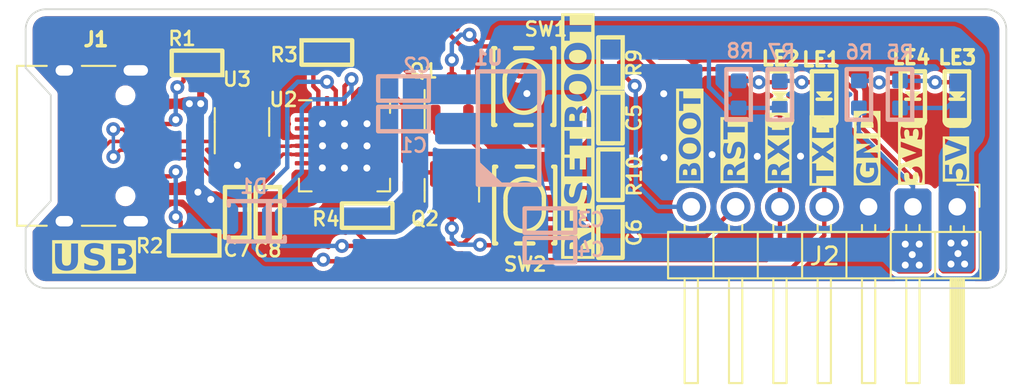
<source format=kicad_pcb>
(kicad_pcb (version 20221018) (generator pcbnew)
  (layers (0 "F.Cu" signal) (31 "B.Cu" signal) (34 "B.Paste" user) (35 "F.Paste" user) (36 "B.SilkS" user "B.Silkscreen") (37 "F.SilkS" user "F.Silkscreen") (38 "B.Mask" user) (39 "F.Mask" user) (44 "Edge.Cuts" user))
  (net 0 "")
  (net 1 "GND")
  (net 2 "+3V3")
  (net 3 "BOOT")
  (net 4 "RST")
  (net 5 "VBUS")
  (net 6 "Net-(J1-CC1)")
  (net 7 "D+")
  (net 8 "D-")
  (net 10 "Net-(J1-CC2)")
  (net 12 "TXD")
  (net 13 "RXD")
  (net 14 "Net-(LE1-Pad1)")
  (net 15 "Net-(LE2-Pad1)")
  (net 16 "Net-(LE3-Pad1)")
  (net 17 "Net-(LE4-Pad1)")
  (net 18 "Net-(Q1-B)")
  (net 19 "RTS")
  (net 20 "Net-(Q2-B)")
  (net 21 "DTR")
  (net 41 "+5V")
  (footprint "IVS_Footprints:C_0603" (layer "F.Cu") (at 190.48 94.09 -90)
    (fp_text reference "C6")
    (fp_text value "10uF" hide)
  )
  (footprint "Package_TO_SOT_SMD:SOT-23" (layer "F.Cu") (at 181.389756 91.674756 -90)
    (fp_text reference "Q2")
    (fp_text value "MMBT3904" hide)
  )
  (footprint "IVS_Footprints:C_0603" (layer "F.Cu") (at 169.089756 92.939756 -90)
    (fp_text reference "C7")
    (fp_text value "100nF" hide)
  )
  (footprint "IVS_Footprints:LED_0603" (layer "F.Cu") (at 202.72 86.254756 90)
    (fp_text reference "LE1")
    (fp_text value "Led" hide)
  )
  (footprint "IVS_Footprints:ButtonPush-Vert-SMD-4P-SPST_PTS810" (layer "F.Cu") (at 185.539756 92.482256 -90)
    (fp_text reference "SW2")
    (fp_text value "SW_Push" hide)
  )
  (footprint "IVS_Footprints:ButtonPush-Vert-SMD-4P-SPST_PTS810" (layer "F.Cu") (at 185.539756 85.767256 90)
    (fp_text reference "SW1")
    (fp_text value "SW_Push" hide)
  )
  (footprint "IVS_Footprints:R_0603" (layer "F.Cu") (at 174.23 83.78)
    (fp_text reference "R3")
    (fp_text value "10k" hide)
  )
  (footprint "IVS_Footprints:LED_0603" (layer "F.Cu") (at 200.18 86.254756 90)
    (fp_text reference "LE2")
    (fp_text value "Led" hide)
  )
  (footprint "IVS_Footprints:R_0603" (layer "F.Cu") (at 190.48 90.78 -90)
    (fp_text reference "R10")
    (fp_text value "10k" hide)
  )
  (footprint "Package_DFN_QFN:QFN-28-1EP_5x5mm_P0.5mm_EP3.35x3.35mm" (layer "F.Cu") (at 175.239756 89.124756)
    (fp_text reference "U2")
    (fp_text value "CP2102N-Axx-xQFN28" hide)
  )
  (footprint "Connector_PinHeader_2.54mm:PinHeader_1x07_P2.54mm_Horizontal" (layer "F.Cu") (at 210.35 92.619756 -90)
    (fp_text reference "J2")
    (fp_text value "Conn_01x07" hide)
  )
  (footprint "IVS_Footprints:LED_0603" (layer "F.Cu") (at 210.33 86.254756 90)
    (fp_text reference "LE3")
    (fp_text value "Led" hide)
  )
  (footprint "Package_TO_SOT_SMD:SOT-23-6" (layer "F.Cu") (at 169.364756 87.759756 90)
    (fp_text reference "U3")
    (fp_text value "SRV05-4" hide)
  )
  (footprint "IVS_Footprints:LED_0603" (layer "F.Cu") (at 207.8 86.254756 90)
    (fp_text reference "LE4")
    (fp_text value "Led" hide)
  )
  (footprint "IVS_Footprints:C_0603" (layer "F.Cu") (at 190.48 87.53 -90)
    (fp_text reference "C5")
    (fp_text value "100nF" hide)
  )
  (footprint "IVS_Footprints:R_0603" (layer "F.Cu") (at 166.624756 94.709756 180)
    (fp_text reference "R2")
    (fp_text value "5k1" hide)
  )
  (footprint "IVS_Footprints:R_0603" (layer "F.Cu") (at 176.539756 93.124756 180)
    (fp_text reference "R4")
    (fp_text value "10k" hide)
  )
  (footprint "IVS_Footprints:R_0603" (layer "F.Cu") (at 190.48 84.36 -90)
    (fp_text reference "R9")
    (fp_text value "10k" hide)
  )
  (footprint "IVS_Footprints:USB_C_Receptacle_XKB_U262-16XN-4BVC11" (layer "F.Cu") (at 160.259756 89.124705 -90)
    (fp_text reference "J1")
    (fp_text value "USB_C_Receptacle" hide)
  )
  (footprint "IVS_Footprints:C_0603" (layer "F.Cu") (at 170.849756 92.939756 -90)
    (fp_text reference "C8")
    (fp_text value "10uF" hide)
  )
  (footprint "Package_TO_SOT_SMD:SOT-23" (layer "F.Cu") (at 181.389756 86.574756 90)
    (fp_text reference "Q1")
    (fp_text value "MMBT3904" hide)
  )
  (footprint "IVS_Footprints:R_0603" (layer "F.Cu") (at 166.789756 84.369756 180)
    (fp_text reference "R1")
    (fp_text value "5k1" hide)
  )
  (footprint "IVS_Footprints:C_0603" (layer "B.Cu") (at 187.01 95.1 180)
    (fp_text reference "C4")
    (fp_text value "100nF" hide)
  )
  (footprint "IVS_Footprints:SOT233" (layer "B.Cu") (at 184.7 88.26 90)
    (fp_text reference "U1")
    (fp_text value "AMS1117" hide)
  )
  (footprint "IVS_Footprints:C_0603" (layer "B.Cu") (at 187.01 93.41 180)
    (fp_text reference "C3")
    (fp_text value "10uF" hide)
  )
  (footprint "IVS_Footprints:R_0603" (layer "B.Cu") (at 204.713332 86.18 90)
    (fp_text reference "R6")
    (fp_text value "1k" hide)
  )
  (footprint "IVS_Footprints:C_0603" (layer "B.Cu") (at 178.62 87.59 180)
    (fp_text reference "C1")
    (fp_text value "100nF" hide)
  )
  (footprint "IVS_Footprints:R_0603" (layer "B.Cu") (at 200.176666 86.18 90)
    (fp_text reference "R7")
    (fp_text value "10k" hide)
  )
  (footprint "IVS_Footprints:C_0603" (layer "B.Cu") (at 178.62 85.84 180)
    (fp_text reference "C2")
    (fp_text value "10uF" hide)
  )
  (footprint "IVS_Footprints:R_0603" (layer "B.Cu") (at 207.07 86.18 90)
    (fp_text reference "R5")
    (fp_text value "1k" hide)
  )
  (footprint "IVS_Footprints:Package-Diode-D_SOD_123" (layer "B.Cu") (at 170.239756 93.449756 180)
    (fp_text reference "D1")
    (fp_text value "D_Schottky" hide)
  )
  (footprint "IVS_Footprints:R_0603" (layer "B.Cu") (at 197.82 86.18 90)
    (fp_text reference "R8")
    (fp_text value "10k" hide)
  )
  (gr_line (start 158.409756 92.289756) (end 158.409756 86.219756) (stroke (width 0.1)) (layer "Edge.Cuts"))
  (gr_line (start 156.969756 84.659756) (end 156.969756 82.459756) (stroke (width 0.1)) (layer "Edge.Cuts"))
  (gr_arc (start 158.129756 97.279756) (mid 157.309512 96.94) (end 156.969756 96.119756) (stroke (width 0.1)) (layer "Edge.Cuts"))
  (gr_arc (start 156.969756 82.459756) (mid 157.309512 81.639512) (end 158.129756 81.299756) (stroke (width 0.1)) (layer "Edge.Cuts"))
  (gr_arc (start 212 81.299756) (mid 212.820244 81.639512) (end 213.16 82.459756) (stroke (width 0.1)) (layer "Edge.Cuts"))
  (gr_line (start 213.16 82.459756) (end 213.16 96.119756) (stroke (width 0.1)) (layer "Edge.Cuts"))
  (gr_arc (start 213.16 96.119756) (mid 212.820244 96.94) (end 212 97.279756) (stroke (width 0.1)) (layer "Edge.Cuts"))
  (gr_line (start 158.129756 81.299756) (end 212 81.299756) (stroke (width 0.1)) (layer "Edge.Cuts"))
  (gr_line (start 212 97.279756) (end 158.129756 97.279756) (stroke (width 0.1)) (layer "Edge.Cuts"))
  (gr_line (start 156.969756 96.119756) (end 156.969756 93.849756) (stroke (width 0.1)) (layer "Edge.Cuts"))
  (gr_line (start 156.969756 93.849756) (end 158.409756 92.289756) (stroke (width 0.1)) (layer "Edge.Cuts"))
  (gr_line (start 156.969756 84.659756) (end 158.409756 86.219756) (stroke (width 0.1)) (layer "Edge.Cuts"))
  (gr_text "3V3" (at 208.54 91.344756 90) (layer "F.SilkS" knockout) (effects (font (size 1.2 1.2) (thickness 0.25) bold) (justify left bottom)))
  (gr_text "RESET" (at 189.629756 95.629325 90) (layer "F.SilkS" knockout) (effects (font (size 1.5 1.5) (thickness 0.3) bold) (justify left bottom)))
  (gr_text "GND" (at 206 91.344756 90) (layer "F.SilkS" knockout) (effects (font (size 1.2 1.2) (thickness 0.25) bold) (justify left bottom)))
  (gr_text "BOOT" (at 189.629756 88.284911 90) (layer "F.SilkS" knockout) (effects (font (size 1.5 1.5) (thickness 0.3) bold) (justify left bottom)))
  (gr_text "5V" (at 211.08 91.18 90) (layer "F.SilkS" knockout) (effects (font (size 1.2 1.2) (thickness 0.25) bold) (justify left bottom)))
  (gr_text "BOOT" (at 195.84 91.269756 90) (layer "F.SilkS" knockout) (effects (font (size 1.2 1.2) (thickness 0.3) bold) (justify left bottom)))
  (gr_text "USB" (at 158.46 96.51) (layer "F.SilkS" knockout) (effects (font (size 1.5 1.5) (thickness 0.3) bold) (justify left bottom)))
  (gr_text "RST" (at 198.38 91.269756 90) (layer "F.SilkS" knockout) (effects (font (size 1.2 1.2) (thickness 0.3) bold) (justify left bottom)))
  (gr_text "RXD" (at 200.92 91.269756 90) (layer "F.SilkS" knockout) (effects (font (size 1.2 1.2) (thickness 0.3) bold) (justify left bottom)))
  (gr_text "TXD" (at 203.46 91.269756 90) (layer "F.SilkS" knockout) (effects (font (size 1.2 1.2) (thickness 0.3) bold) (justify left bottom)))
  (segment (start 169.105256 90.239756) (end 169.364756 89.980256) (width 0.25) (layer "F.Cu") (net 1))
  (segment (start 169.364756 89.980256) (end 169.364756 88.897256) (width 0.25) (layer "F.Cu") (net 1))
  (via (at 173.979756 89.124756) (size 0.8) (drill 0.4) (layers "F.Cu" "B.Cu") (net 1))
  (via (at 196.3 89.63) (size 0.8) (drill 0.4) (layers "F.Cu" "B.Cu") (net 1))
  (via (at 176.519756 90.399756) (size 0.8) (drill 0.4) (layers "F.Cu" "B.Cu") (net 1))
  (via (at 173.969756 90.389756) (size 0.8) (drill 0.4) (layers "F.Cu" "B.Cu") (net 1))
  (via (at 176.529756 89.129756) (size 0.8) (drill 0.4) (layers "F.Cu" "B.Cu") (net 1))
  (via (at 198.89 89.73) (size 0.8) (drill 0.4) (layers "F.Cu" "B.Cu") (net 1))
  (via (at 175.234756 90.399756) (size 0.8) (drill 0.4) (layers "F.Cu" "B.Cu") (net 1))
  (via (at 193.55 89.8) (size 0.8) (drill 0.4) (layers "F.Cu" "B.Cu") (net 1))
  (via (at 176.529756 87.859756) (size 0.8) (drill 0.4) (layers "F.Cu" "B.Cu") (net 1))
  (via (at 173.979756 87.849756) (size 0.8) (drill 0.4) (layers "F.Cu" "B.Cu") (net 1))
  (via (at 193.53 86.14) (size 0.8) (drill 0.4) (layers "F.Cu" "B.Cu") (net 1))
  (via (at 169.105256 90.239756) (size 0.8) (drill 0.4) (layers "F.Cu" "B.Cu") (net 1))
  (via (at 185.69 86.13) (size 0.8) (drill 0.4) (layers "F.Cu" "B.Cu") (net 1))
  (via (at 175.239756 87.849756) (size 0.8) (drill 0.4) (layers "F.Cu" "B.Cu") (net 1))
  (via (at 201.37 89.72) (size 0.8) (drill 0.4) (layers "F.Cu" "B.Cu") (net 1))
  (via (at 175.239756 89.124756) (size 0.8) (drill 0.4) (layers "F.Cu" "B.Cu") (net 1))
  (segment (start 194.69 84.58) (end 193.05 84.58) (width 0.25) (layer "F.Cu") (net 2))
  (segment (start 192.055 83.585) (end 190.48 83.585) (width 0.25) (layer "F.Cu") (net 2))
  (segment (start 195.720244 84.729756) (end 195.28 85.17) (width 0.25) (layer "F.Cu") (net 2))
  (segment (start 203.229932 84.729756) (end 195.720244 84.729756) (width 0.25) (layer "F.Cu") (net 2))
  (segment (start 207.81 91) (end 204.54 87.73) (width 0.25) (layer "F.Cu") (net 2))
  (segment (start 193.05 84.58) (end 192.055 83.585) (width 0.25) (layer "F.Cu") (net 2))
  (segment (start 204.54 87.73) (end 204.54 86.039824) (width 0.25) (layer "F.Cu") (net 2))
  (segment (start 204.54 86.039824) (end 203.229932 84.729756) (width 0.25) (layer "F.Cu") (net 2))
  (segment (start 195.28 85.17) (end 194.69 84.58) (width 0.25) (layer "F.Cu") (net 2))
  (segment (start 207.81 92.619756) (end 207.81 91) (width 0.25) (layer "F.Cu") (net 2))
  (segment (start 195.28 86.81) (end 192.085 90.005) (width 0.25) (layer "F.Cu") (net 2))
  (segment (start 192.085 90.005) (end 190.46 90.005) (width 0.25) (layer "F.Cu") (net 2))
  (segment (start 195.28 85.17) (end 195.28 86.81) (width 0.25) (layer "F.Cu") (net 2))
  (via (at 208.17 95.959756) (size 0.8) (drill 0.4) (layers "F.Cu" "B.Cu") (net 2))
  (via (at 207.77 95.359756) (size 0.8) (drill 0.4) (layers "F.Cu" "B.Cu") (net 2))
  (via (at 208.17 94.759756) (size 0.8) (drill 0.4) (layers "F.Cu" "B.Cu") (net 2))
  (via (at 207.37 95.959756) (size 0.8) (drill 0.4) (layers "F.Cu" "B.Cu") (net 2))
  (via (at 207.37 94.759756) (size 0.8) (drill 0.4) (layers "F.Cu" "B.Cu") (net 2))
  (segment (start 207.81 91.44) (end 207.81 92.619756) (width 0.25) (layer "B.Cu") (net 2))
  (segment (start 204.713332 88.343332) (end 207.81 91.44) (width 0.25) (layer "B.Cu") (net 2))
  (segment (start 204.713332 86.955) (end 204.713332 88.343332) (width 0.25) (layer "B.Cu") (net 2))
  (segment (start 191.315 85.135) (end 191.87 85.69) (width 0.25) (layer "F.Cu") (net 3))
  (segment (start 182.4 82.76) (end 183.069756 83.429756) (width 0.25) (layer "F.Cu") (net 3))
  (segment (start 190.48 86.755) (end 190.48 85.135) (width 0.25) (layer "F.Cu") (net 3))
  (segment (start 184.439756 88.079756) (end 184.949756 88.079756) (width 0.25) (layer "F.Cu") (net 3))
  (segment (start 185.215 85.135) (end 190.48 85.135) (width 0.25) (layer "F.Cu") (net 3))
  (segment (start 188.74 87.4) (end 189.385 86.755) (width 0.25) (layer "F.Cu") (net 3))
  (segment (start 183.069756 83.429756) (end 184.439756 83.429756) (width 0.25) (layer "F.Cu") (net 3))
  (segment (start 181.389756 84.200244) (end 181.39 84.2) (width 0.25) (layer "F.Cu") (net 3))
  (segment (start 184.439756 83.429756) (end 184.439756 84.359756) (width 0.25) (layer "F.Cu") (net 3))
  (segment (start 181.389756 85.637256) (end 181.389756 84.200244) (width 0.25) (layer "F.Cu") (net 3))
  (segment (start 184.439756 84.359756) (end 185.215 85.135) (width 0.25) (layer "F.Cu") (net 3))
  (segment (start 189.385 86.755) (end 190.48 86.755) (width 0.25) (layer "F.Cu") (net 3))
  (segment (start 185.97 89.1) (end 188.2 89.1) (width 0.25) (layer "F.Cu") (net 3))
  (segment (start 190.48 85.135) (end 191.315 85.135) (width 0.25) (layer "F.Cu") (net 3))
  (segment (start 184.949756 88.079756) (end 185.97 89.1) (width 0.25) (layer "F.Cu") (net 3))
  (segment (start 188.2 89.1) (end 188.74 88.56) (width 0.25) (layer "F.Cu") (net 3))
  (segment (start 188.74 88.56) (end 188.74 87.4) (width 0.25) (layer "F.Cu") (net 3))
  (via (at 181.39 84.2) (size 0.8) (drill 0.4) (layers "F.Cu" "B.Cu") (net 3))
  (via (at 182.4 82.76) (size 0.8) (drill 0.4) (layers "F.Cu" "B.Cu") (net 3))
  (via (at 191.87 85.69) (size 0.8) (drill 0.4) (layers "F.Cu" "B.Cu") (net 3))
  (segment (start 181.39 83.27) (end 181.39 84.2) (width 0.25) (layer "B.Cu") (net 3))
  (segment (start 191.93 85.75) (end 191.93 91.29) (width 0.25) (layer "B.Cu") (net 3))
  (segment (start 191.87 85.69) (end 191.93 85.75) (width 0.25) (layer "B.Cu") (net 3))
  (segment (start 182.4 82.76) (end 181.9 82.76) (width 0.25) (layer "B.Cu") (net 3))
  (segment (start 191.93 91.29) (end 193.259756 92.619756) (width 0.25) (layer "B.Cu") (net 3))
  (segment (start 193.259756 92.619756) (end 195.11 92.619756) (width 0.25) (layer "B.Cu") (net 3))
  (segment (start 181.9 82.76) (end 181.39 83.27) (width 0.25) (layer "B.Cu") (net 3))
  (segment (start 184.489756 90.919756) (end 185.125 91.555) (width 0.25) (layer "F.Cu") (net 4))
  (segment (start 183.029756 94.819756) (end 184.489756 94.819756) (width 0.25) (layer "F.Cu") (net 4))
  (segment (start 185.125 91.555) (end 190.46 91.555) (width 0.25) (layer "F.Cu") (net 4))
  (segment (start 184.489756 90.169756) (end 184.489756 90.919756) (width 0.25) (layer "F.Cu") (net 4))
  (segment (start 190.48 93.315) (end 191.315 93.315) (width 0.25) (layer "F.Cu") (net 4))
  (segment (start 181.389756 93.849756) (end 181.389756 92.612256) (width 0.25) (layer "F.Cu") (net 4))
  (segment (start 183.002299 94.792299) (end 183.029756 94.819756) (width 0.25) (layer "F.Cu") (net 4))
  (segment (start 192.29 94.29) (end 195.979756 94.29) (width 0.25) (layer "F.Cu") (net 4))
  (segment (start 195.979756 94.29) (end 197.65 92.619756) (width 0.25) (layer "F.Cu") (net 4))
  (segment (start 181.39 93.85) (end 181.389756 93.849756) (width 0.25) (layer "F.Cu") (net 4))
  (segment (start 190.48 93.315) (end 190.48 91.555) (width 0.25) (layer "F.Cu") (net 4))
  (segment (start 190.48 93.315) (end 185.994512 93.315) (width 0.25) (layer "F.Cu") (net 4))
  (segment (start 191.315 93.315) (end 192.29 94.29) (width 0.25) (layer "F.Cu") (net 4))
  (segment (start 185.994512 93.315) (end 184.489756 94.819756) (width 0.25) (layer "F.Cu") (net 4))
  (via (at 181.39 93.85) (size 0.8) (drill 0.4) (layers "F.Cu" "B.Cu") (net 4))
  (via (at 183.002299 94.792299) (size 0.8) (drill 0.4) (layers "F.Cu" "B.Cu") (net 4))
  (segment (start 181.39 94.43) (end 181.39 93.85) (width 0.25) (layer "B.Cu") (net 4))
  (segment (start 183.002299 94.792299) (end 181.752299 94.792299) (width 0.25) (layer "B.Cu") (net 4))
  (segment (start 181.752299 94.792299) (end 181.39 94.43) (width 0.25) (layer "B.Cu") (net 4))
  (segment (start 166.999756 85.989756) (end 166.999756 86.709756) (width 0.4) (layer "F.Cu") (net 5))
  (segment (start 167.439756 85.549756) (end 166.999756 85.989756) (width 0.4) (layer "F.Cu") (net 5))
  (segment (start 166.999756 86.709756) (end 166.349756 86.709756) (width 0.4) (layer "F.Cu") (net 5))
  (segment (start 161.339705 91.079705) (end 162.699756 91.079705) (width 0.25) (layer "F.Cu") (net 5))
  (segment (start 160.719756 87.679756) (end 160.719756 90.459756) (width 0.25) (layer "F.Cu") (net 5))
  (segment (start 169.364756 85.834756) (end 169.079756 85.549756) (width 0.4) (layer "F.Cu") (net 5))
  (segment (start 160.719756 90.459756) (end 161.339705 91.079705) (width 0.25) (layer "F.Cu") (net 5))
  (segment (start 162.699756 91.079705) (end 162.994756 91.374705) (width 0.25) (layer "F.Cu") (net 5))
  (segment (start 162.994756 91.374705) (end 164.109756 91.374705) (width 0.25) (layer "F.Cu") (net 5))
  (segment (start 163.094756 86.874705) (end 163.034756 86.934705) (width 0.25) (layer "F.Cu") (net 5))
  (segment (start 169.364756 86.622256) (end 169.364756 85.834756) (width 0.4) (layer "F.Cu") (net 5))
  (segment (start 163.034756 86.934705) (end 161.464807 86.934705) (width 0.25) (layer "F.Cu") (net 5))
  (segment (start 161.464807 86.934705) (end 160.719756 87.679756) (width 0.25) (layer "F.Cu") (net 5))
  (segment (start 164.109756 86.874705) (end 163.094756 86.874705) (width 0.25) (layer "F.Cu") (net 5))
  (segment (start 169.079756 85.549756) (end 167.439756 85.549756) (width 0.4) (layer "F.Cu") (net 5))
  (via (at 166.839756 91.779756) (size 0.8) (drill 0.4) (layers "F.Cu" "B.Cu") (net 5))
  (via (at 166.349756 86.709756) (size 0.8) (drill 0.4) (layers "F.Cu" "B.Cu") (net 5))
  (via (at 167.579756 92.199756) (size 0.8) (drill 0.4) (layers "F.Cu" "B.Cu") (net 5))
  (via (at 166.999756 86.709756) (size 0.8) (drill 0.4) (layers "F.Cu" "B.Cu") (net 5))
  (segment (start 164.109756 87.874705) (end 165.324807 87.874705) (width 0.25) (layer "F.Cu") (net 6))
  (segment (start 165.324807 87.874705) (end 165.569756 87.629756) (width 0.25) (layer "F.Cu") (net 6))
  (segment (start 166.014756 85.414756) (end 165.659756 85.769756) (width 0.25) (layer "F.Cu") (net 6))
  (segment (start 166.014756 84.369756) (end 166.014756 85.414756) (width 0.25) (layer "F.Cu") (net 6))
  (via (at 165.659756 85.769756) (size 0.8) (drill 0.4) (layers "F.Cu" "B.Cu") (net 6))
  (via (at 165.569756 87.629756) (size 0.8) (drill 0.4) (layers "F.Cu" "B.Cu") (net 6))
  (segment (start 165.659756 85.769756) (end 165.569756 85.859756) (width 0.25) (layer "B.Cu") (net 6))
  (segment (start 165.569756 85.859756) (end 165.569756 87.629756) (width 0.25) (layer "B.Cu") (net 6))
  (segment (start 168.414756 86.622256) (end 168.414756 88.897256) (width 0.2) (layer "F.Cu") (net 7))
  (segment (start 171.725077 89.599756) (end 171.144756 90.180077) (width 0.2) (layer "F.Cu") (net 7))
  (segment (start 172.164755 89.599756) (end 171.725077 89.599756) (width 0.2) (layer "F.Cu") (net 7))
  (segment (start 165.259757 89.849705) (end 165.234757 89.874705) (width 0.2) (layer "F.Cu") (net 7))
  (segment (start 172.789756 89.624756) (end 172.189755 89.624756) (width 0.2) (layer "F.Cu") (net 7))
  (segment (start 161.239756 90.099756) (end 161.239756 89.439756) (width 0.2) (layer "F.Cu") (net 7))
  (segment (start 161.659756 90.519756) (end 161.239756 90.099756) (width 0.2) (layer "F.Cu") (net 7))
  (segment (start 162.329756 90.519756) (end 161.659756 90.519756) (width 0.2) (layer "F.Cu") (net 7))
  (segment (start 171.144756 90.742956) (end 170.447456 91.440256) (width 0.2) (layer "F.Cu") (net 7))
  (segment (start 165.234757 89.874705) (end 164.109756 89.874705) (width 0.2) (layer "F.Cu") (net 7))
  (segment (start 166.541505 89.849705) (end 165.259757 89.849705) (width 0.2) (layer "F.Cu") (net 7))
  (segment (start 168.392205 88.874705) (end 168.414756 88.897256) (width 0.2) (layer "F.Cu") (net 7))
  (segment (start 172.189755 89.624756) (end 172.164755 89.599756) (width 0.2) (layer "F.Cu") (net 7))
  (segment (start 162.974807 89.874705) (end 162.329756 90.519756) (width 0.2) (layer "F.Cu") (net 7))
  (segment (start 171.144756 90.180077) (end 171.144756 90.742956) (width 0.2) (layer "F.Cu") (net 7))
  (segment (start 161.239756 89.439756) (end 161.804807 88.874705) (width 0.2) (layer "F.Cu") (net 7))
  (segment (start 164.109756 89.874705) (end 162.974807 89.874705) (width 0.2) (layer "F.Cu") (net 7))
  (segment (start 170.447456 91.440256) (end 168.132056 91.440256) (width 0.2) (layer "F.Cu") (net 7))
  (segment (start 164.109756 88.874705) (end 168.392205 88.874705) (width 0.2) (layer "F.Cu") (net 7))
  (segment (start 168.132056 91.440256) (end 166.541505 89.849705) (width 0.2) (layer "F.Cu") (net 7))
  (segment (start 161.804807 88.874705) (end 164.109756 88.874705) (width 0.2) (layer "F.Cu") (net 7))
  (segment (start 170.314756 88.897256) (end 171.286177 88.897256) (width 0.2) (layer "F.Cu") (net 8))
  (segment (start 162.545256 88.175205) (end 162.744756 88.374705) (width 0.2) (layer "F.Cu") (net 8))
  (segment (start 172.189755 89.124756) (end 172.164755 89.149756) (width 0.2) (layer "F.Cu") (net 8))
  (segment (start 170.694756 89.993677) (end 170.694756 90.556556) (width 0.2) (layer "F.Cu") (net 8))
  (segment (start 161.995491 89.755433) (end 162.376219 89.374705) (width 0.2) (layer "F.Cu") (net 8))
  (segment (start 161.991725 88.175205) (end 162.545256 88.175205) (width 0.2) (layer "F.Cu") (net 8))
  (segment (start 165.259757 89.399705) (end 165.234757 89.374705) (width 0.2) (layer "F.Cu") (net 8))
  (segment (start 171.538677 89.149756) (end 170.694756 89.993677) (width 0.2) (layer "F.Cu") (net 8))
  (segment (start 171.286177 88.897256) (end 171.538677 89.149756) (width 0.2) (layer "F.Cu") (net 8))
  (segment (start 172.164755 89.149756) (end 171.538677 89.149756) (width 0.2) (layer "F.Cu") (net 8))
  (segment (start 172.789756 89.124756) (end 172.189755 89.124756) (width 0.2) (layer "F.Cu") (net 8))
  (segment (start 168.318456 90.990256) (end 166.727905 89.399705) (width 0.2) (layer "F.Cu") (net 8))
  (segment (start 162.744756 88.374705) (end 164.109756 88.374705) (width 0.2) (layer "F.Cu") (net 8))
  (segment (start 166.727905 89.399705) (end 165.259757 89.399705) (width 0.2) (layer "F.Cu") (net 8))
  (segment (start 170.261056 90.990256) (end 168.318456 90.990256) (width 0.2) (layer "F.Cu") (net 8))
  (segment (start 170.694756 90.556556) (end 170.261056 90.990256) (width 0.2) (layer "F.Cu") (net 8))
  (segment (start 162.376219 89.374705) (end 164.109756 89.374705) (width 0.2) (layer "F.Cu") (net 8))
  (segment (start 165.234757 89.374705) (end 164.109756 89.374705) (width 0.2) (layer "F.Cu") (net 8))
  (segment (start 170.314756 86.622256) (end 170.314756 88.897256) (width 0.2) (layer "F.Cu") (net 8))
  (via (at 161.991725 88.175205) (size 0.8) (drill 0.4) (layers "F.Cu" "B.Cu") (net 8))
  (via (at 161.995491 89.755433) (size 0.8) (drill 0.4) (layers "F.Cu" "B.Cu") (net 8))
  (segment (start 161.995491 88.178971) (end 161.995491 89.755433) (width 0.2) (layer "B.Cu") (net 8))
  (segment (start 161.991725 88.175205) (end 161.995491 88.178971) (width 0.2) (layer "B.Cu") (net 8))
  (segment (start 165.849756 93.479756) (end 165.569756 93.199756) (width 0.25) (layer "F.Cu") (net 10))
  (segment (start 165.304807 90.874705) (end 165.569756 90.609756) (width 0.25) (layer "F.Cu") (net 10))
  (segment (start 165.849756 94.709756) (end 165.849756 93.479756) (width 0.25) (layer "F.Cu") (net 10))
  (segment (start 164.109756 90.874705) (end 165.304807 90.874705) (width 0.25) (layer "F.Cu") (net 10))
  (via (at 165.569756 90.609756) (size 0.8) (drill 0.4) (layers "F.Cu" "B.Cu") (net 10))
  (via (at 165.569756 93.199756) (size 0.8) (drill 0.4) (layers "F.Cu" "B.Cu") (net 10))
  (segment (start 165.569756 90.609756) (end 165.569756 93.199756) (width 0.25) (layer "B.Cu") (net 10))
  (segment (start 200.870244 96.119756) (end 202.73 94.26) (width 0.25) (layer "F.Cu") (net 12))
  (segment (start 174.739756 86.674756) (end 174.739756 85.965156) (width 0.25) (layer "F.Cu") (net 12))
  (segment (start 202.72 87.029756) (end 202.73 87.039756) (width 0.25) (layer "F.Cu") (net 12))
  (segment (start 182.17336 96.119756) (end 200.870244 96.119756) (width 0.25) (layer "F.Cu") (net 12))
  (segment (start 202.73 87.039756) (end 202.73 92.619756) (width 0.25) (layer "F.Cu") (net 12))
  (segment (start 174.02 95.65) (end 174.11 95.74) (width 0.25) (layer "F.Cu") (net 12))
  (segment (start 181.793604 95.74) (end 182.17336 96.119756) (width 0.25) (layer "F.Cu") (net 12))
  (segment (start 174.739756 85.965156) (end 174.23183 85.45723) (width 0.25) (layer "F.Cu") (net 12))
  (segment (start 174.11 95.74) (end 181.793604 95.74) (width 0.25) (layer "F.Cu") (net 12))
  (segment (start 202.73 94.26) (end 202.73 92.619756) (width 0.25) (layer "F.Cu") (net 12))
  (via (at 174.02 95.65) (size 0.8) (drill 0.4) (layers "F.Cu" "B.Cu") (net 12))
  (via (at 174.23183 85.45723) (size 0.8) (drill 0.4) (layers "F.Cu" "B.Cu") (net 12))
  (segment (start 170.04 92.28) (end 171.96 90.36) (width 0.25) (layer "B.Cu") (net 12))
  (segment (start 174.02 95.65) (end 170.75 95.65) (width 0.25) (layer "B.Cu") (net 12))
  (segment (start 172.56277 85.45723) (end 174.23183 85.45723) (width 0.25) (layer "B.Cu") (net 12))
  (segment (start 171.96 86.06) (end 172.56277 85.45723) (width 0.25) (layer "B.Cu") (net 12))
  (segment (start 170.04 94.94) (end 170.04 92.28) (width 0.25) (layer "B.Cu") (net 12))
  (segment (start 170.75 95.65) (end 170.04 94.94) (width 0.25) (layer "B.Cu") (net 12))
  (segment (start 171.96 90.36) (end 171.96 86.06) (width 0.25) (layer "B.Cu") (net 12))
  (segment (start 175.239756 85.709149) (end 175.642728 85.306177) (width 0.25) (layer "F.Cu") (net 13))
  (segment (start 182.359756 95.669756) (end 199.420244 95.669756) (width 0.25) (layer "F.Cu") (net 13))
  (segment (start 175.239756 86.674756) (end 175.239756 85.709149) (width 0.25) (layer "F.Cu") (net 13))
  (segment (start 199.420244 95.669756) (end 200.19 94.9) (width 0.25) (layer "F.Cu") (net 13))
  (segment (start 200.19 87.039756) (end 200.19 92.619756) (width 0.25) (layer "F.Cu") (net 13))
  (segment (start 176.39 95.29) (end 181.98 95.29) (width 0.25) (layer "F.Cu") (net 13))
  (segment (start 175.09 94.86) (end 175.96 94.86) (width 0.25) (layer "F.Cu") (net 13))
  (segment (start 181.98 95.29) (end 182.359756 95.669756) (width 0.25) (layer "F.Cu") (net 13))
  (segment (start 200.18 87.029756) (end 200.19 87.039756) (width 0.25) (layer "F.Cu") (net 13))
  (segment (start 175.96 94.86) (end 176.39 95.29) (width 0.25) (layer "F.Cu") (net 13))
  (segment (start 200.19 94.9) (end 200.19 92.619756) (width 0.25) (layer "F.Cu") (net 13))
  (via (at 175.09 94.86) (size 0.8) (drill 0.4) (layers "F.Cu" "B.Cu") (net 13))
  (via (at 175.642728 85.306177) (size 0.8) (drill 0.4) (layers "F.Cu" "B.Cu") (net 13))
  (segment (start 170.64 92.8) (end 172.79 90.65) (width 0.25) (layer "B.Cu") (net 13))
  (segment (start 172.79 86.99) (end 173.32 86.46) (width 0.25) (layer "B.Cu") (net 13))
  (segment (start 171.32 94.86) (end 170.64 94.18) (width 0.25) (layer "B.Cu") (net 13))
  (segment (start 170.64 94.18) (end 170.64 92.8) (width 0.25) (layer "B.Cu") (net 13))
  (segment (start 172.79 90.65) (end 172.79 86.99) (width 0.25) (layer "B.Cu") (net 13))
  (segment (start 175.15 86.46) (end 175.642728 85.967272) (width 0.25) (layer "B.Cu") (net 13))
  (segment (start 175.09 94.86) (end 171.32 94.86) (width 0.25) (layer "B.Cu") (net 13))
  (segment (start 173.32 86.46) (end 175.15 86.46) (width 0.25) (layer "B.Cu") (net 13))
  (segment (start 175.642728 85.967272) (end 175.642728 85.306177) (width 0.25) (layer "B.Cu") (net 13))
  (segment (start 201.44 85.48) (end 202.719756 85.48) (width 0.25) (layer "F.Cu") (net 14))
  (segment (start 202.719756 85.48) (end 202.72 85.479756) (width 0.25) (layer "F.Cu") (net 14))
  (via (at 201.44 85.48) (size 0.8) (drill 0.4) (layers "F.Cu" "B.Cu") (net 14))
  (segment (start 201.365 85.405) (end 201.44 85.48) (width 0.25) (layer "B.Cu") (net 14))
  (segment (start 200.176666 85.405) (end 201.365 85.405) (width 0.25) (layer "B.Cu") (net 14))
  (segment (start 198.98 85.48) (end 200.179756 85.48) (width 0.25) (layer "F.Cu") (net 15))
  (segment (start 200.179756 85.48) (end 200.18 85.479756) (width 0.25) (layer "F.Cu") (net 15))
  (via (at 198.98 85.48) (size 0.8) (drill 0.4) (layers "F.Cu" "B.Cu") (net 15))
  (segment (start 197.82 85.405) (end 198.905 85.405) (width 0.25) (layer "B.Cu") (net 15))
  (segment (start 198.905 85.405) (end 198.98 85.48) (width 0.25) (layer "B.Cu") (net 15))
  (segment (start 209.08 85.48) (end 210.329756 85.48) (width 0.25) (layer "F.Cu") (net 16))
  (segment (start 210.329756 85.48) (end 210.33 85.479756) (width 0.25) (layer "F.Cu") (net 16))
  (via (at 209.08 85.48) (size 0.8) (drill 0.4) (layers "F.Cu" "B.Cu") (net 16))
  (segment (start 207.07 85.405) (end 209.005 85.405) (width 0.25) (layer "B.Cu") (net 16))
  (segment (start 209.005 85.405) (end 209.08 85.48) (width 0.25) (layer "B.Cu") (net 16))
  (segment (start 205.87 85.49) (end 205.880244 85.479756) (width 0.25) (layer "F.Cu") (net 17))
  (segment (start 205.880244 85.479756) (end 207.8 85.479756) (width 0.25) (layer "F.Cu") (net 17))
  (via (at 205.87 85.49) (size 0.8) (drill 0.4) (layers "F.Cu" "B.Cu") (net 17))
  (segment (start 205.785 85.405) (end 204.713332 85.405) (width 0.25) (layer "B.Cu") (net 17))
  (segment (start 205.87 85.49) (end 205.785 85.405) (width 0.25) (layer "B.Cu") (net 17))
  (segment (start 180.94 88.85) (end 182.5 88.85) (width 0.25) (layer "F.Cu") (net 18))
  (segment (start 176.59 94.73) (end 175.764756 93.904756) (width 0.25) (layer "F.Cu") (net 18))
  (segment (start 183.07 89.42) (end 183.07 93.7) (width 0.25) (layer "F.Cu") (net 18))
  (segment (start 180.439756 88.349756) (end 180.94 88.85) (width 0.25) (layer "F.Cu") (net 18))
  (segment (start 180.439756 87.512256) (end 180.439756 88.349756) (width 0.25) (layer "F.Cu") (net 18))
  (segment (start 182.5 88.85) (end 183.07 89.42) (width 0.25) (layer "F.Cu") (net 18))
  (segment (start 182.04 94.73) (end 176.59 94.73) (width 0.25) (layer "F.Cu") (net 18))
  (segment (start 183.07 93.7) (end 182.04 94.73) (width 0.25) (layer "F.Cu") (net 18))
  (segment (start 175.764756 93.904756) (end 175.764756 93.124756) (width 0.25) (layer "F.Cu") (net 18))
  (segment (start 175.739756 86.226748) (end 176.091748 85.874756) (width 0.25) (layer "F.Cu") (net 19))
  (segment (start 178.614756 89.999756) (end 179.264756 90.649756) (width 0.25) (layer "F.Cu") (net 19))
  (segment (start 176.091748 85.874756) (end 177.714756 85.874756) (width 0.25) (layer "F.Cu") (net 19))
  (segment (start 175.739756 86.674756) (end 175.739756 86.226748) (width 0.25) (layer "F.Cu") (net 19))
  (segment (start 178.614756 86.774756) (end 178.614756 89.999756) (width 0.25) (layer "F.Cu") (net 19))
  (segment (start 178.689756 91.224756) (end 178.689756 92.574756) (width 0.25) (layer "F.Cu") (net 19))
  (segment (start 178.139756 93.124756) (end 177.314756 93.124756) (width 0.25) (layer "F.Cu") (net 19))
  (segment (start 180.439756 90.649756) (end 179.264756 90.649756) (width 0.25) (layer "F.Cu") (net 19))
  (segment (start 177.714756 85.874756) (end 178.614756 86.774756) (width 0.25) (layer "F.Cu") (net 19))
  (segment (start 178.689756 92.574756) (end 178.139756 93.124756) (width 0.25) (layer "F.Cu") (net 19))
  (segment (start 179.264756 90.649756) (end 178.689756 91.224756) (width 0.25) (layer "F.Cu") (net 19))
  (segment (start 179.064756 85.134756) (end 179.064756 89.004756) (width 0.25) (layer "F.Cu") (net 20))
  (segment (start 179.064756 89.004756) (end 179.649756 89.589756) (width 0.25) (layer "F.Cu") (net 20))
  (segment (start 182.039756 89.589756) (end 182.339756 89.889756) (width 0.25) (layer "F.Cu") (net 20))
  (segment (start 175.289756 83.779756) (end 177.709756 83.779756) (width 0.25) (layer "F.Cu") (net 20))
  (segment (start 177.709756 83.779756) (end 179.064756 85.134756) (width 0.25) (layer "F.Cu") (net 20))
  (segment (start 182.339756 89.889756) (end 182.339756 90.382256) (width 0.25) (layer "F.Cu") (net 20))
  (segment (start 179.649756 89.589756) (end 182.039756 89.589756) (width 0.25) (layer "F.Cu") (net 20))
  (segment (start 181.289756 82.769756) (end 173.740244 82.769756) (width 0.25) (layer "F.Cu") (net 21))
  (segment (start 173.455 85.705) (end 173.739756 85.989756) (width 0.25) (layer "F.Cu") (net 21))
  (segment (start 173.740244 82.769756) (end 173.455 83.055) (width 0.25) (layer "F.Cu") (net 21))
  (segment (start 182.339756 87.512256) (end 182.339756 83.819756) (width 0.25) (layer "F.Cu") (net 21))
  (segment (start 182.339756 83.819756) (end 181.289756 82.769756) (width 0.25) (layer "F.Cu") (net 21))
  (segment (start 173.739756 85.989756) (end 173.739756 86.674756) (width 0.25) (layer "F.Cu") (net 21))
  (segment (start 173.455 83.055) (end 173.455 85.705) (width 0.25) (layer "F.Cu") (net 21))
  (via (at 210.77 94.699756) (size 0.8) (drill 0.4) (layers "F.Cu" "B.Cu") (net 41))
  (via (at 209.99 95.899756) (size 0.8) (drill 0.4) (layers "F.Cu" "B.Cu") (net 41))
  (via (at 209.99 94.699756) (size 0.8) (drill 0.4) (layers "F.Cu" "B.Cu") (net 41))
  (via (at 210.77 95.899756) (size 0.8) (drill 0.4) (layers "F.Cu" "B.Cu") (net 41))
  (via (at 210.39 95.299756) (size 0.8) (drill 0.4) (layers "F.Cu" "B.Cu") (net 41))
  (segment (start 209.735 86.955) (end 210.32 86.37) (width 0.25) (layer "B.Cu") (net 41))
  (segment (start 200.176666 86.955) (end 197.82 86.955) (width 0.25) (layer "B.Cu") (net 41))
  (segment (start 196.12 85.75) (end 196.12 83.6) (width 0.25) (layer "B.Cu") (net 41))
  (segment (start 197.325 86.955) (end 196.12 85.75) (width 0.25) (layer "B.Cu") (net 41))
  (segment (start 197.82 86.955) (end 197.325 86.955) (width 0.25) (layer "B.Cu") (net 41))
  (segment (start 207.07 86.955) (end 209.735 86.955) (width 0.25) (layer "B.Cu") (net 41))
  (zone (net 41) (net_name "+5V") (layer "F.Cu") (priority 2) (connect_pads yes (clearance 0.25)) (min_thickness 0.25) (fill yes (thermal_gap 0.5) (thermal_bridge_width 0.5) (smoothing chamfer) (radius 0.2))
    (polygon (pts (xy 211.4 91.57) (xy 209.29 91.57) (xy 209.29 96.44) (xy 211.4 96.44)))
  )
  (zone (net 2) (net_name "+3V3") (layer "F.Cu") (priority 3) (connect_pads yes (clearance 0.25)) (min_thickness 0.25) (fill yes (thermal_gap 0.5) (thermal_bridge_width 0.5) (smoothing chamfer) (radius 0.2))
    (polygon (pts (xy 208.87 91.58) (xy 206.76 91.57) (xy 206.76 96.45) (xy 208.87 96.45)))
  )
  (zone (net 5) (net_name "VBUS") (layer "F.Cu") (priority 1) (connect_pads yes (clearance 0.25)) (min_thickness 0.25) (fill yes (thermal_gap 0.5) (thermal_bridge_width 0.5) (smoothing chamfer) (radius 0.2))
    (polygon (pts (xy 173.869756 90.499756) (xy 172.199756 90.499756) (xy 172.189756 91.409756) (xy 171.809756 91.729756) (xy 167.699756 91.729756) (xy 166.519756 91.149756) (xy 164.189756 91.149756) (xy 164.089756 91.249756) (xy 164.089756 91.849756) (xy 164.189756 91.949756) (xy 166.119756 91.949756) (xy 166.849756 92.649756) (xy 173.349756 92.649756) (xy 173.869756 92.259756)))
  )
  (zone (net 5) (net_name "VBUS") (layer "F.Cu") (priority 1) (connect_pads yes (clearance 0.25)) (min_thickness 0.25) (fill yes (thermal_gap 0.5) (thermal_bridge_width 0.5) (smoothing chamfer) (radius 0.2))
    (polygon (pts (xy 165.809756 86.419756) (xy 164.239756 86.419756) (xy 164.239756 87.029756) (xy 165.809756 87.029756) (xy 166.159756 87.149756) (xy 167.409756 87.149756) (xy 167.409756 86.309756) (xy 166.149756 86.309756)))
  )
  (zone (net 1) (net_name "GND") (layers "F&B.Cu") (connect_pads yes (clearance 0.25)) (min_thickness 0.25) (fill yes (thermal_gap 0.5) (thermal_bridge_width 0.5) (smoothing chamfer) (radius 0.2))
    (polygon (pts (xy 214.09 97.72) (xy 214.19 80.77) (xy 155.5 80.77) (xy 155.55 97.78)))
  )
  (zone (net 5) (net_name "VBUS") (layer "B.Cu") (priority 1) (connect_pads yes (clearance 0.25)) (min_thickness 0.25) (fill yes (thermal_gap 0.5) (thermal_bridge_width 0.5) (smoothing chamfer) (radius 0.2))
    (polygon (pts (xy 166.149756 86.309756) (xy 167.409756 86.309756) (xy 167.409756 87.159756) (xy 167.189756 87.329756) (xy 167.189756 91.349756) (xy 168.179756 92.169756) (xy 169.149756 92.459756) (xy 169.149756 94.189756) (xy 167.929756 94.189756) (xy 166.159756 92.349756) (xy 166.159756 87.309756) (xy 165.899756 87.049756) (xy 165.899756 86.48)))
  )
  (zone (net 2) (net_name "+3V3") (layer "B.Cu") (priority 3) (connect_pads yes (clearance 0.25)) (min_thickness 0.25) (fill yes (thermal_gap 0.5) (thermal_bridge_width 0.5) (smoothing chamfer) (radius 0.2))
    (polygon (pts (xy 188.87 86.19) (xy 188.87 93.41) (xy 189.87 94.41) (xy 206.26 94.39) (xy 206.76 93.89) (xy 206.76 91.56) (xy 208.87 91.58) (xy 208.88 96.37) (xy 206.68 96.37) (xy 206.08 95.77) (xy 188.42 95.74) (xy 187.16 95.74) (xy 187.17 92.32) (xy 186.7 90.09) (xy 186.7 89.04) (xy 180.43 89.04) (xy 180.43 87.24) (xy 186.68 87.24) (xy 186.68 86.18)))
  )
  (zone (net 41) (net_name "+5V") (layer "B.Cu") (priority 2) (connect_pads yes (clearance 0.25)) (min_thickness 0.25) (fill yes (thermal_gap 0.5) (thermal_bridge_width 0.5) (smoothing chamfer) (radius 0.2))
    (polygon (pts (xy 171.249756 92.659756) (xy 171.249756 94.209756) (xy 178.36 94.209756) (xy 180.039756 92.82) (xy 180.034756 86.74) (xy 184.42 86.74) (xy 185.6 84.18) (xy 209.22 84.19) (xy 209.9 84.88) (xy 209.9 88.73) (xy 209.285 89.49) (xy 209.28 96.35) (xy 211.33 96.35) (xy 211.32 89.5) (xy 211.94 88.74) (xy 211.95 83.72) (xy 210.4 82.27) (xy 183.91 82.21) (xy 182.83 85.03) (xy 178.58 85.03) (xy 178.57 91.79) (xy 177.71 92.66)))
  )
)
</source>
